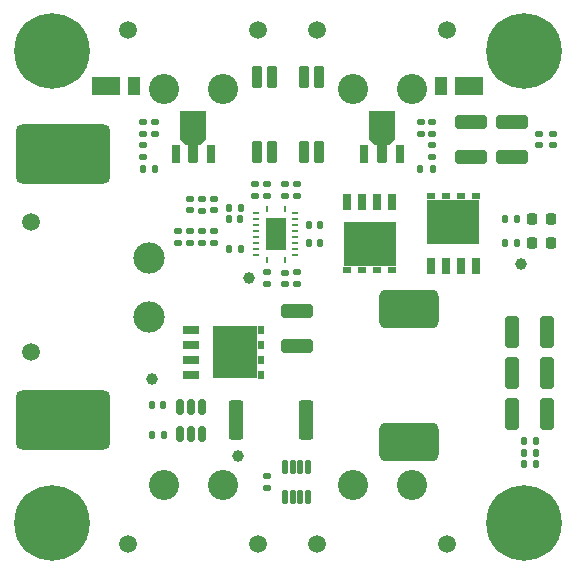
<source format=gbr>
%TF.GenerationSoftware,KiCad,Pcbnew,9.0.2*%
%TF.CreationDate,2025-07-12T02:52:05+01:00*%
%TF.ProjectId,PDB_AURA,5044425f-4155-4524-912e-6b696361645f,rev?*%
%TF.SameCoordinates,Original*%
%TF.FileFunction,Soldermask,Top*%
%TF.FilePolarity,Negative*%
%FSLAX46Y46*%
G04 Gerber Fmt 4.6, Leading zero omitted, Abs format (unit mm)*
G04 Created by KiCad (PCBNEW 9.0.2) date 2025-07-12 02:52:05*
%MOMM*%
%LPD*%
G01*
G04 APERTURE LIST*
G04 Aperture macros list*
%AMRoundRect*
0 Rectangle with rounded corners*
0 $1 Rounding radius*
0 $2 $3 $4 $5 $6 $7 $8 $9 X,Y pos of 4 corners*
0 Add a 4 corners polygon primitive as box body*
4,1,4,$2,$3,$4,$5,$6,$7,$8,$9,$2,$3,0*
0 Add four circle primitives for the rounded corners*
1,1,$1+$1,$2,$3*
1,1,$1+$1,$4,$5*
1,1,$1+$1,$6,$7*
1,1,$1+$1,$8,$9*
0 Add four rect primitives between the rounded corners*
20,1,$1+$1,$2,$3,$4,$5,0*
20,1,$1+$1,$4,$5,$6,$7,0*
20,1,$1+$1,$6,$7,$8,$9,0*
20,1,$1+$1,$8,$9,$2,$3,0*%
%AMFreePoly0*
4,1,21,1.059954,1.445020,1.097008,1.394020,1.102000,1.362500,1.102000,-0.962500,1.082520,-1.022454,1.072125,-1.034625,0.672125,-1.434625,0.615956,-1.463244,0.600000,-1.464500,-0.600000,-1.464500,-0.659954,-1.445020,-0.672125,-1.434625,-1.072125,-1.034625,-1.100744,-0.978456,-1.102000,-0.962500,-1.102000,1.362500,-1.082520,1.422454,-1.031520,1.459508,-1.000000,1.464500,1.000000,1.464500,
1.059954,1.445020,1.059954,1.445020,$1*%
G04 Aperture macros list end*
%ADD10C,2.550000*%
%ADD11C,1.500000*%
%ADD12RoundRect,0.135000X-0.185000X0.135000X-0.185000X-0.135000X0.185000X-0.135000X0.185000X0.135000X0*%
%ADD13RoundRect,0.250000X-0.325000X-1.100000X0.325000X-1.100000X0.325000X1.100000X-0.325000X1.100000X0*%
%ADD14RoundRect,0.099250X-0.297750X0.812750X-0.297750X-0.812750X0.297750X-0.812750X0.297750X0.812750X0*%
%ADD15RoundRect,0.135000X0.185000X-0.135000X0.185000X0.135000X-0.185000X0.135000X-0.185000X-0.135000X0*%
%ADD16RoundRect,0.500000X3.500000X2.000000X-3.500000X2.000000X-3.500000X-2.000000X3.500000X-2.000000X0*%
%ADD17RoundRect,0.135000X0.135000X0.185000X-0.135000X0.185000X-0.135000X-0.185000X0.135000X-0.185000X0*%
%ADD18C,1.000000*%
%ADD19RoundRect,0.250000X1.100000X-0.325000X1.100000X0.325000X-1.100000X0.325000X-1.100000X-0.325000X0*%
%ADD20RoundRect,0.140000X-0.140000X-0.170000X0.140000X-0.170000X0.140000X0.170000X-0.140000X0.170000X0*%
%ADD21R,0.710000X1.372000*%
%ADD22R,4.520000X3.850000*%
%ADD23R,0.710000X0.590000*%
%ADD24RoundRect,0.140000X0.140000X0.170000X-0.140000X0.170000X-0.140000X-0.170000X0.140000X-0.170000X0*%
%ADD25RoundRect,0.140000X-0.170000X0.140000X-0.170000X-0.140000X0.170000X-0.140000X0.170000X0.140000X0*%
%ADD26RoundRect,0.218750X-0.218750X-0.256250X0.218750X-0.256250X0.218750X0.256250X-0.218750X0.256250X0*%
%ADD27RoundRect,0.140000X0.170000X-0.140000X0.170000X0.140000X-0.170000X0.140000X-0.170000X-0.140000X0*%
%ADD28C,0.800000*%
%ADD29C,6.400000*%
%ADD30C,2.650000*%
%ADD31RoundRect,0.135000X-0.135000X-0.185000X0.135000X-0.185000X0.135000X0.185000X-0.135000X0.185000X0*%
%ADD32RoundRect,0.102000X-0.240000X-0.700000X0.240000X-0.700000X0.240000X0.700000X-0.240000X0.700000X0*%
%ADD33FreePoly0,0.000000*%
%ADD34RoundRect,0.102000X-0.280000X-0.762500X0.280000X-0.762500X0.280000X0.762500X-0.280000X0.762500X0*%
%ADD35R,0.250000X0.600000*%
%ADD36R,0.600000X0.250000*%
%ADD37R,1.700000X2.700000*%
%ADD38RoundRect,0.060000X-0.180000X0.545000X-0.180000X-0.545000X0.180000X-0.545000X0.180000X0.545000X0*%
%ADD39R,1.372000X0.710000*%
%ADD40R,3.850000X4.520000*%
%ADD41R,0.590000X0.710000*%
%ADD42R,2.400000X1.500000*%
%ADD43R,1.050000X1.500000*%
%ADD44RoundRect,0.250000X-0.362500X-1.425000X0.362500X-1.425000X0.362500X1.425000X-0.362500X1.425000X0*%
%ADD45RoundRect,0.487500X-2.012500X1.137500X-2.012500X-1.137500X2.012500X-1.137500X2.012500X1.137500X0*%
%ADD46RoundRect,0.150000X0.150000X-0.512500X0.150000X0.512500X-0.150000X0.512500X-0.150000X-0.512500X0*%
%ADD47RoundRect,0.099250X0.297750X-0.812750X0.297750X0.812750X-0.297750X0.812750X-0.297750X-0.812750X0*%
G04 APERTURE END LIST*
D10*
%TO.C,J304*%
X85500000Y-91750000D03*
X80500000Y-91750000D03*
D11*
X88500000Y-96750000D03*
X77500000Y-96750000D03*
%TD*%
D10*
%TO.C,J303*%
X69500000Y-91750000D03*
X64500000Y-91750000D03*
D11*
X72500000Y-96750000D03*
X61500000Y-96750000D03*
%TD*%
D10*
%TO.C,J301*%
X80500000Y-58250000D03*
X85500000Y-58250000D03*
D11*
X77500000Y-53250000D03*
X88500000Y-53250000D03*
%TD*%
D10*
%TO.C,J300*%
X64500000Y-58250000D03*
X69500000Y-58250000D03*
D11*
X61500000Y-53250000D03*
X72500000Y-53250000D03*
%TD*%
D12*
%TO.C,R202*%
X72250000Y-66240000D03*
X72250000Y-67260000D03*
%TD*%
D13*
%TO.C,C216*%
X94025000Y-78750000D03*
X96975000Y-78750000D03*
%TD*%
D14*
%TO.C,U301*%
X77635000Y-57172500D03*
X76365000Y-57172500D03*
X76365000Y-63562500D03*
X77635000Y-63562500D03*
%TD*%
D15*
%TO.C,R210*%
X75750000Y-74760000D03*
X75750000Y-73740000D03*
%TD*%
%TO.C,R201*%
X73250000Y-67260000D03*
X73250000Y-66240000D03*
%TD*%
D12*
%TO.C,R206*%
X68750000Y-70240000D03*
X68750000Y-71260000D03*
%TD*%
D15*
%TO.C,R200*%
X74750000Y-67260000D03*
X74750000Y-66240000D03*
%TD*%
D16*
%TO.C,J102*%
X56000000Y-63750000D03*
%TD*%
D17*
%TO.C,R203*%
X71010000Y-71750000D03*
X69990000Y-71750000D03*
%TD*%
D18*
%TO.C,TP202*%
X71750000Y-74250000D03*
%TD*%
D19*
%TO.C,C200*%
X90500000Y-63975000D03*
X90500000Y-61025000D03*
%TD*%
D20*
%TO.C,C207*%
X76770000Y-69750000D03*
X77730000Y-69750000D03*
%TD*%
D13*
%TO.C,C205*%
X94025000Y-85750000D03*
X96975000Y-85750000D03*
%TD*%
D21*
%TO.C,Q200*%
X90905000Y-73211000D03*
D22*
X89000000Y-69500000D03*
D23*
X87095000Y-67280000D03*
X88365000Y-67280000D03*
X89635000Y-67280000D03*
X90905000Y-67280000D03*
D21*
X87095000Y-73211000D03*
X88365000Y-73211000D03*
X89635000Y-73211000D03*
%TD*%
D12*
%TO.C,R209*%
X73250000Y-73740000D03*
X73250000Y-74760000D03*
%TD*%
D24*
%TO.C,C104*%
X64480000Y-85000000D03*
X63520000Y-85000000D03*
%TD*%
D25*
%TO.C,C210*%
X74750000Y-73770000D03*
X74750000Y-74730000D03*
%TD*%
D26*
%TO.C,D200*%
X95712500Y-71250000D03*
X97287500Y-71250000D03*
%TD*%
D27*
%TO.C,C218*%
X97500000Y-62980000D03*
X97500000Y-62020000D03*
%TD*%
D28*
%TO.C,H102*%
X92600000Y-55000000D03*
X93302944Y-53302944D03*
X93302944Y-56697056D03*
X95000000Y-52600000D03*
D29*
X95000000Y-55000000D03*
D28*
X95000000Y-57400000D03*
X96697056Y-53302944D03*
X96697056Y-56697056D03*
X97400000Y-55000000D03*
%TD*%
D25*
%TO.C,C212*%
X66750000Y-67520000D03*
X66750000Y-68480000D03*
%TD*%
D18*
%TO.C,TP101*%
X70750000Y-89250000D03*
%TD*%
D24*
%TO.C,C211*%
X70980000Y-69250000D03*
X70020000Y-69250000D03*
%TD*%
D30*
%TO.C,J100*%
X63250000Y-77500000D03*
X63250000Y-72500000D03*
D11*
X53250000Y-69500000D03*
X53250000Y-80500000D03*
%TD*%
D31*
%TO.C,R211*%
X93410000Y-71250000D03*
X94430000Y-71250000D03*
%TD*%
D32*
%TO.C,Q300*%
X65500000Y-63688000D03*
D33*
X67000000Y-61500000D03*
D34*
X67000000Y-63625000D03*
D32*
X68500000Y-63688000D03*
%TD*%
D12*
%TO.C,R207*%
X66750000Y-70240000D03*
X66750000Y-71260000D03*
%TD*%
D28*
%TO.C,H101*%
X52600000Y-55000000D03*
X53302944Y-53302944D03*
X53302944Y-56697056D03*
X55000000Y-52600000D03*
D29*
X55000000Y-55000000D03*
D28*
X55000000Y-57400000D03*
X56697056Y-53302944D03*
X56697056Y-56697056D03*
X57400000Y-55000000D03*
%TD*%
D31*
%TO.C,R208*%
X69990000Y-68250000D03*
X71010000Y-68250000D03*
%TD*%
D35*
%TO.C,U200*%
X73250000Y-68350000D03*
D36*
X72350000Y-68750000D03*
X72350000Y-69250000D03*
X72350000Y-69750000D03*
X72350000Y-70250000D03*
X72350000Y-70750000D03*
X72350000Y-71250000D03*
X72350000Y-71750000D03*
X72350000Y-72250000D03*
D35*
X73250000Y-72650000D03*
X74750000Y-72650000D03*
D36*
X75650000Y-72250000D03*
X75650000Y-71750000D03*
X75650000Y-71250000D03*
X75650000Y-70750000D03*
X75650000Y-70250000D03*
X75650000Y-69750000D03*
X75650000Y-69250000D03*
X75650000Y-68750000D03*
D35*
X74750000Y-68350000D03*
D37*
X74000000Y-70500000D03*
%TD*%
D20*
%TO.C,C202*%
X95020000Y-88000000D03*
X95980000Y-88000000D03*
%TD*%
%TO.C,C209*%
X76770000Y-71250000D03*
X77730000Y-71250000D03*
%TD*%
D21*
%TO.C,Q201*%
X80019000Y-67754000D03*
D23*
X80019000Y-73568000D03*
X81289000Y-73568000D03*
X82559000Y-73568000D03*
X83829000Y-73568000D03*
D22*
X81924000Y-71348000D03*
D21*
X81289000Y-67754000D03*
X82559000Y-67754000D03*
X83829000Y-67754000D03*
%TD*%
D15*
%TO.C,R205*%
X67750000Y-71260000D03*
X67750000Y-70240000D03*
%TD*%
D28*
%TO.C,H100*%
X92600000Y-95000000D03*
X93302944Y-93302944D03*
X93302944Y-96697056D03*
X95000000Y-92600000D03*
D29*
X95000000Y-95000000D03*
D28*
X95000000Y-97400000D03*
X96697056Y-93302944D03*
X96697056Y-96697056D03*
X97400000Y-95000000D03*
%TD*%
D18*
%TO.C,TP100*%
X63500000Y-82750000D03*
%TD*%
D20*
%TO.C,C203*%
X95020000Y-89000000D03*
X95980000Y-89000000D03*
%TD*%
%TO.C,C101*%
X63540000Y-87500000D03*
X64500000Y-87500000D03*
%TD*%
D28*
%TO.C,H103*%
X52600000Y-95000000D03*
X53302944Y-93302944D03*
X53302944Y-96697056D03*
X55000000Y-92600000D03*
D29*
X55000000Y-95000000D03*
D28*
X55000000Y-97400000D03*
X56697056Y-93302944D03*
X56697056Y-96697056D03*
X57400000Y-95000000D03*
%TD*%
D31*
%TO.C,R101*%
X93410000Y-69250000D03*
X94430000Y-69250000D03*
%TD*%
D38*
%TO.C,U302*%
X76725000Y-90245000D03*
X76075000Y-90245000D03*
X75425000Y-90245000D03*
X74775000Y-90245000D03*
X74775000Y-92755000D03*
X75425000Y-92755000D03*
X76075000Y-92755000D03*
X76725000Y-92755000D03*
%TD*%
D12*
%TO.C,R204*%
X67750000Y-67490000D03*
X67750000Y-68510000D03*
%TD*%
D13*
%TO.C,C204*%
X94025000Y-82250000D03*
X96975000Y-82250000D03*
%TD*%
D39*
%TO.C,Q100*%
X66789000Y-82405000D03*
D40*
X70500000Y-80500000D03*
D41*
X72720000Y-78595000D03*
X72720000Y-79865000D03*
X72720000Y-81135000D03*
X72720000Y-82405000D03*
D39*
X66789000Y-78595000D03*
X66789000Y-79865000D03*
X66789000Y-81135000D03*
%TD*%
D25*
%TO.C,C214*%
X68750000Y-67520000D03*
X68750000Y-68480000D03*
%TD*%
D42*
%TO.C,D300*%
X59650000Y-58000000D03*
D43*
X62025000Y-58000000D03*
%TD*%
D20*
%TO.C,C215*%
X95020000Y-90000000D03*
X95980000Y-90000000D03*
%TD*%
D27*
%TO.C,C213*%
X65750000Y-71230000D03*
X65750000Y-70270000D03*
%TD*%
D26*
%TO.C,D100*%
X95712500Y-69250000D03*
X97287500Y-69250000D03*
%TD*%
D18*
%TO.C,TP200*%
X94750000Y-73000000D03*
%TD*%
D27*
%TO.C,C217*%
X96250000Y-62980000D03*
X96250000Y-62020000D03*
%TD*%
D31*
%TO.C,R307*%
X86240000Y-65000000D03*
X87260000Y-65000000D03*
%TD*%
D32*
%TO.C,Q301*%
X81500000Y-63688000D03*
D33*
X83000000Y-61500000D03*
D34*
X83000000Y-63625000D03*
D32*
X84500000Y-63688000D03*
%TD*%
D44*
%TO.C,R100*%
X70596500Y-86250000D03*
X76521500Y-86250000D03*
%TD*%
D25*
%TO.C,C300*%
X73280000Y-91020000D03*
X73280000Y-91980000D03*
%TD*%
D12*
%TO.C,R300*%
X62750000Y-62990000D03*
X62750000Y-64010000D03*
%TD*%
%TO.C,R306*%
X87250000Y-62990000D03*
X87250000Y-64010000D03*
%TD*%
D15*
%TO.C,R305*%
X86250000Y-62010000D03*
X86250000Y-60990000D03*
%TD*%
D45*
%TO.C,L200*%
X85250000Y-76875000D03*
X85250000Y-88125000D03*
%TD*%
D16*
%TO.C,J101*%
X56000000Y-86250000D03*
%TD*%
D17*
%TO.C,R301*%
X63760000Y-65000000D03*
X62740000Y-65000000D03*
%TD*%
D15*
%TO.C,R302*%
X62760000Y-62010000D03*
X62760000Y-60990000D03*
%TD*%
D27*
%TO.C,C208*%
X75750000Y-67230000D03*
X75750000Y-66270000D03*
%TD*%
D15*
%TO.C,R303*%
X63750000Y-62010000D03*
X63750000Y-60990000D03*
%TD*%
D19*
%TO.C,C102*%
X75809000Y-79975000D03*
X75809000Y-77025000D03*
%TD*%
D42*
%TO.C,D301*%
X90350000Y-58000000D03*
D43*
X87975000Y-58000000D03*
%TD*%
D46*
%TO.C,U100*%
X65859000Y-87387500D03*
X66809000Y-87387500D03*
X67759000Y-87387500D03*
X67759000Y-85112500D03*
X66809000Y-85112500D03*
X65859000Y-85112500D03*
%TD*%
D15*
%TO.C,R304*%
X87250000Y-62010000D03*
X87250000Y-60990000D03*
%TD*%
D19*
%TO.C,C201*%
X94000000Y-63975000D03*
X94000000Y-61025000D03*
%TD*%
D47*
%TO.C,U300*%
X72365000Y-63562500D03*
X73635000Y-63562500D03*
X73635000Y-57172500D03*
X72365000Y-57172500D03*
%TD*%
M02*

</source>
